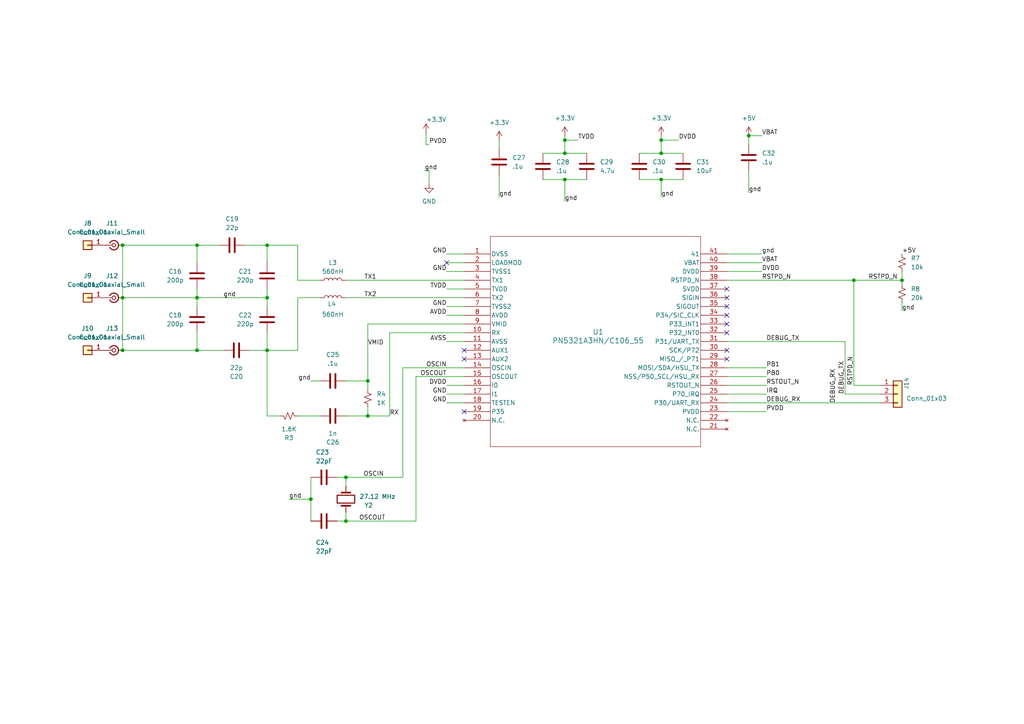
<source format=kicad_sch>
(kicad_sch (version 20231120) (generator "eeschema") (generator_version "8.0")
  (paper "A4")
  (lib_symbols
    (symbol "Connector:Conn_Coaxial_Small" (pin_numbers hide) (pin_names (offset 1.016) hide)
      (property "Reference" "J" (at 0.254 3.048 0))
      (property "Value" "Conn_Coaxial_Small" (at 0 -3.81 0))
      (symbol "Conn_Coaxial_Small_0_1"
        (polyline (pts (xy -2.54 0) (xy -0.508 0)))
        (circle (center 0 0) (radius 0.508) (stroke (width 0.2032)))
      )
      (symbol "Conn_Coaxial_Small_1_1"
        (arc (start -1.1916 -0.6311) (mid 0.327 -1.3081) (end 1.3484 0.0039) (stroke (width 0.3048)))
        (arc (start 1.3484 -0.0039) (mid 0.327 1.3081) (end -1.1916 0.6311) (stroke (width 0.3048)))
        (pin passive line (at -2.54 0 0) (length 1.27) (name "In") (number "1"))
        (pin passive line (at 2.54 0 180) (length 1.27) (name "Ext") (number "2"))
      )
    )
    (symbol "Connector_Generic:Conn_01x01" (pin_names (offset 1.016) hide)
      (property "Reference" "J" (at 0 2.54 0))
      (property "Value" "Conn_01x01" (at 0 -2.54 0))
      (symbol "Conn_01x01_1_1"
        (rectangle (start -1.27 0.127) (end 0 -0.127) (stroke (width 0.1524)))
        (rectangle (start -1.27 1.27) (end 1.27 -1.27) (stroke (width 0.254)) (fill (type background)))
        (pin passive line (at -5.08 0 0) (length 3.81) (name "Pin_1") (number "1"))
      )
    )
    (symbol "Connector_Generic:Conn_01x03" (pin_names (offset 1.016) hide)
      (property "Reference" "J" (at 0 5.08 0))
      (property "Value" "Conn_01x03" (at 0 -5.08 0))
      (symbol "Conn_01x03_1_1"
        (rectangle (start -1.27 -2.413) (end 0 -2.667) (stroke (width 0.1524)))
        (rectangle (start -1.27 0.127) (end 0 -0.127) (stroke (width 0.1524)))
        (rectangle (start -1.27 2.667) (end 0 2.413) (stroke (width 0.1524)))
        (rectangle (start -1.27 3.81) (end 1.27 -3.81) (stroke (width 0.254)) (fill (type background)))
        (pin passive line (at -5.08 2.54 0) (length 3.81) (name "Pin_1") (number "1"))
        (pin passive line (at -5.08 0 0) (length 3.81) (name "Pin_2") (number "2"))
        (pin passive line (at -5.08 -2.54 0) (length 3.81) (name "Pin_3") (number "3"))
      )
    )
    (symbol "Device:C" (pin_numbers hide) (pin_names (offset 0.254))
      (property "Reference" "C" (at 0.635 2.54 0))
      (property "Value" "C" (at 0.635 -2.54 0))
      (symbol "C_0_1"
        (polyline (pts (xy -2.032 -0.762) (xy 2.032 -0.762)) (stroke (width 0.508)))
        (polyline (pts (xy -2.032 0.762) (xy 2.032 0.762)) (stroke (width 0.508)))
      )
      (symbol "C_1_1"
        (pin passive line (at 0 3.81 270) (length 2.794) (name "~") (number "1"))
        (pin passive line (at 0 -3.81 90) (length 2.794) (name "~") (number "2"))
      )
    )
    (symbol "Device:Crystal" (pin_numbers hide) (pin_names (offset 1.016) hide)
      (property "Reference" "Y" (at 0 3.81 0))
      (property "Value" "Crystal" (at 0 -3.81 0))
      (symbol "Crystal_0_1"
        (rectangle (start -1.143 2.54) (end 1.143 -2.54) (stroke (width 0.3048)))
        (polyline (pts (xy -2.54 0) (xy -1.905 0)))
        (polyline (pts (xy -1.905 -1.27) (xy -1.905 1.27)) (stroke (width 0.508)))
        (polyline (pts (xy 1.905 -1.27) (xy 1.905 1.27)) (stroke (width 0.508)))
        (polyline (pts (xy 2.54 0) (xy 1.905 0)))
      )
      (symbol "Crystal_1_1"
        (pin passive line (at -3.81 0 0) (length 1.27) (name "1") (number "1"))
        (pin passive line (at 3.81 0 180) (length 1.27) (name "2") (number "2"))
      )
    )
    (symbol "Device:L" (pin_numbers hide) (pin_names (offset 1.016) hide)
      (property "Reference" "L" (at -1.27 0 90))
      (property "Value" "L" (at 1.905 0 90))
      (symbol "L_0_1"
        (arc (start 0 -2.54) (mid 0.6323 -1.905) (end 0 -1.27))
        (arc (start 0 -1.27) (mid 0.6323 -0.635) (end 0 0))
        (arc (start 0 0) (mid 0.6323 0.635) (end 0 1.27))
        (arc (start 0 1.27) (mid 0.6323 1.905) (end 0 2.54))
      )
      (symbol "L_1_1"
        (pin passive line (at 0 3.81 270) (length 1.27) (name "1") (number "1"))
        (pin passive line (at 0 -3.81 90) (length 1.27) (name "2") (number "2"))
      )
    )
    (symbol "Device:R_Small_US" (pin_numbers hide) (pin_names (offset 0.254) hide)
      (property "Reference" "R" (at 0.762 0.508 0))
      (property "Value" "R_Small_US" (at 0.762 -1.016 0))
      (symbol "R_Small_US_1_1"
        (polyline (pts (xy 0 0) (xy 1.016 -0.381) (xy 0 -0.762) (xy -1.016 -1.143) (xy 0 -1.524)))
        (polyline (pts (xy 0 1.524) (xy 1.016 1.143) (xy 0 0.762) (xy -1.016 0.381) (xy 0 0)))
        (pin passive line (at 0 2.54 270) (length 1.016) (name "~") (number "1"))
        (pin passive line (at 0 -2.54 90) (length 1.016) (name "~") (number "2"))
      )
    )
    (symbol "Orb_library:PN5321A3HN_C106_55" (pin_names (offset 0.254))
      (property "Reference" "U2" (at 38.862 -22.606 0))
      (property "Value" "PN5321A3HN/C106_55" (at 38.862 -25.146 0))
      (symbol "PN5321A3HN_C106_55_0_1"
        (polyline (pts (xy 7.62 -55.88) (xy 68.58 -55.88)) (stroke (width 0.127)))
        (polyline (pts (xy 7.62 5.08) (xy 7.62 -55.88)) (stroke (width 0.127)))
        (polyline (pts (xy 68.58 -55.88) (xy 68.58 5.08)) (stroke (width 0.127)))
        (polyline (pts (xy 68.58 5.08) (xy 7.62 5.08)) (stroke (width 0.127)))
        (pin power_out line (at 0 0 0) (length 7.62) (name "DVSS") (number "1"))
        (pin input line (at 0 -22.86 0) (length 7.62) (name "RX") (number "10"))
        (pin power_out line (at 0 -25.4 0) (length 7.62) (name "AVSS") (number "11"))
        (pin bidirectional line (at 0 -27.94 0) (length 7.62) (name "AUX1") (number "12"))
        (pin bidirectional line (at 0 -30.48 0) (length 7.62) (name "AUX2") (number "13"))
        (pin input line (at 0 -33.02 0) (length 7.62) (name "OSCIN") (number "14"))
        (pin output line (at 0 -35.56 0) (length 7.62) (name "OSCOUT") (number "15"))
        (pin input line (at 0 -38.1 0) (length 7.62) (name "I0") (number "16"))
        (pin input line (at 0 -40.64 0) (length 7.62) (name "I1") (number "17"))
        (pin input line (at 0 -43.18 0) (length 7.62) (name "TESTEN") (number "18"))
        (pin bidirectional line (at 0 -45.72 0) (length 7.62) (name "P35") (number "19"))
        (pin output line (at 0 -2.54 0) (length 7.62) (name "LOADMOD") (number "2"))
        (pin no_connect line (at 0 -48.26 0) (length 7.62) (name "N.C.") (number "20"))
        (pin no_connect line (at 76.2 -50.8 180) (length 7.62) (name "N.C.") (number "21"))
        (pin no_connect line (at 76.2 -48.26 180) (length 7.62) (name "N.C.") (number "22"))
        (pin power_in line (at 76.2 -45.72 180) (length 7.62) (name "PVDD") (number "23"))
        (pin bidirectional line (at 76.2 -43.18 180) (length 7.62) (name "P30/UART_RX") (number "24"))
        (pin bidirectional line (at 76.2 -40.64 180) (length 7.62) (name "P70_IRQ") (number "25"))
        (pin output line (at 76.2 -38.1 180) (length 7.62) (name "RSTOUT_N") (number "26"))
        (pin bidirectional line (at 76.2 -35.56 180) (length 7.62) (name "NSS/P50_SCL/HSU_RX") (number "27"))
        (pin bidirectional line (at 76.2 -33.02 180) (length 7.62) (name "MOSI/SDA/HSU_TX") (number "28"))
        (pin bidirectional line (at 76.2 -30.48 180) (length 7.62) (name "MISO_/_P71") (number "29"))
        (pin power_out line (at 0 -5.08 0) (length 7.62) (name "TVSS1") (number "3"))
        (pin bidirectional line (at 76.2 -27.94 180) (length 7.62) (name "SCK/P72") (number "30"))
        (pin bidirectional line (at 76.2 -25.4 180) (length 7.62) (name "P31/UART_TX") (number "31"))
        (pin bidirectional line (at 76.2 -22.86 180) (length 7.62) (name "P32_INT0") (number "32"))
        (pin bidirectional line (at 76.2 -20.32 180) (length 7.62) (name "P33_INT1") (number "33"))
        (pin bidirectional line (at 76.2 -17.78 180) (length 7.62) (name "P34/SIC_CLK") (number "34"))
        (pin output line (at 76.2 -15.24 180) (length 7.62) (name "SIGOUT") (number "35"))
        (pin input line (at 76.2 -12.7 180) (length 7.62) (name "SIGIN") (number "36"))
        (pin power_in line (at 76.2 -10.16 180) (length 7.62) (name "SVDD") (number "37"))
        (pin input line (at 76.2 -7.62 180) (length 7.62) (name "RSTPD_N") (number "38"))
        (pin power_in line (at 76.2 -5.08 180) (length 7.62) (name "DVDD") (number "39"))
        (pin bidirectional line (at 0 -7.62 0) (length 7.62) (name "TX1") (number "4"))
        (pin unspecified line (at 76.2 0 180) (length 7.62) (name "41") (number "41"))
        (pin power_in line (at 0 -10.16 0) (length 7.62) (name "TVDD") (number "5"))
        (pin bidirectional line (at 0 -12.7 0) (length 7.62) (name "TX2") (number "6"))
        (pin power_out line (at 0 -15.24 0) (length 7.62) (name "TVSS2") (number "7"))
        (pin power_in line (at 0 -17.78 0) (length 7.62) (name "AVDD") (number "8"))
        (pin output line (at 0 -20.32 0) (length 7.62) (name "VMID") (number "9"))
      )
      (symbol "PN5321A3HN_C106_55_1_1"
        (pin power_in line (at 76.2 -2.54 180) (length 7.62) (name "VBAT") (number "40"))
      )
    )
    (symbol "power:+3.3V" (power) (pin_numbers hide) (pin_names (offset 0) hide)
      (property "Value" "+3.3V" (at 0 3.556 0))
      (symbol "+3.3V_0_1"
        (polyline (pts (xy -0.762 1.27) (xy 0 2.54)))
        (polyline (pts (xy 0 0) (xy 0 2.54)))
        (polyline (pts (xy 0 2.54) (xy 0.762 1.27)))
      )
      (symbol "+3.3V_1_1"
        (pin power_in line (at 0 0 90) (length 0) (name "~") (number "1"))
      )
    )
    (symbol "power:GND" (power) (pin_numbers hide) (pin_names (offset 0) hide)
      (property "Value" "GND" (at 0 -3.81 0))
      (symbol "GND_0_1"
        (polyline (pts (xy 0 0) (xy 0 -1.27) (xy 1.27 -1.27) (xy 0 -2.54) (xy -1.27 -1.27) (xy 0 -1.27)))
      )
      (symbol "GND_1_1"
        (pin power_in line (at 0 0 270) (length 0) (name "~") (number "1"))
      )
    )
  )
  (junction (at 57.15 71.12))
  (junction (at 163.83 40.64))
  (junction (at 77.47 86.36))
  (junction (at 100.33 138.43))
  (junction (at 191.77 40.64))
  (junction (at 247.65 81.28))
  (junction (at 191.77 52.07))
  (junction (at 77.47 101.6))
  (junction (at 57.15 86.36))
  (junction (at 57.15 101.6))
  (junction (at 35.56 86.36))
  (junction (at 77.47 71.12))
  (junction (at 163.83 44.45))
  (junction (at 261.62 81.28))
  (junction (at 100.33 151.13))
  (junction (at 90.17 144.78))
  (junction (at 191.77 44.45))
  (junction (at 35.56 101.6))
  (junction (at 106.68 110.49))
  (junction (at 35.56 71.12))
  (junction (at 106.68 120.65))
  (junction (at 217.17 39.37))
  (junction (at 163.83 52.07))
  (no_connect (at 210.82 104.14))
  (no_connect (at 210.82 96.52))
  (no_connect (at 129.54 76.2))
  (no_connect (at 134.62 104.14))
  (no_connect (at 134.62 101.6))
  (no_connect (at 134.62 119.38))
  (no_connect (at 210.82 101.6))
  (no_connect (at 210.82 91.44))
  (no_connect (at 210.82 86.36))
  (no_connect (at 210.82 93.98))
  (no_connect (at 210.82 83.82))
  (no_connect (at 210.82 88.9))
  (wire (pts (xy 163.83 40.64) (xy 167.64 40.64)))
  (wire (pts (xy 77.47 83.82) (xy 77.47 86.36)))
  (wire (pts (xy 35.56 71.12) (xy 35.56 86.36)))
  (wire (pts (xy 113.03 96.52) (xy 134.62 96.52)))
  (wire (pts (xy 90.17 110.49) (xy 92.71 110.49)))
  (wire (pts (xy 217.17 49.53) (xy 217.17 55.88)))
  (wire (pts (xy 106.68 93.98) (xy 134.62 93.98)))
  (wire (pts (xy 210.82 116.84) (xy 255.27 116.84)))
  (wire (pts (xy 129.54 91.44) (xy 134.62 91.44)))
  (wire (pts (xy 247.65 111.76) (xy 255.27 111.76)))
  (wire (pts (xy 77.47 101.6) (xy 86.36 101.6)))
  (wire (pts (xy 57.15 76.2) (xy 57.15 71.12)))
  (wire (pts (xy 210.82 119.38) (xy 222.25 119.38)))
  (wire (pts (xy 144.78 50.8) (xy 144.78 57.15)))
  (wire (pts (xy 57.15 86.36) (xy 35.56 86.36)))
  (wire (pts (xy 86.36 86.36) (xy 92.71 86.36)))
  (wire (pts (xy 120.65 109.22) (xy 134.62 109.22)))
  (wire (pts (xy 124.46 49.53) (xy 124.46 53.34)))
  (wire (pts (xy 86.36 101.6) (xy 86.36 86.36)))
  (wire (pts (xy 191.77 44.45) (xy 198.12 44.45)))
  (wire (pts (xy 57.15 86.36) (xy 77.47 86.36)))
  (wire (pts (xy 77.47 96.52) (xy 77.47 101.6)))
  (wire (pts (xy 57.15 96.52) (xy 57.15 101.6)))
  (wire (pts (xy 90.17 144.78) (xy 83.82 144.78)))
  (wire (pts (xy 261.62 81.28) (xy 261.62 82.55)))
  (wire (pts (xy 210.82 81.28) (xy 247.65 81.28)))
  (wire (pts (xy 57.15 101.6) (xy 64.77 101.6)))
  (wire (pts (xy 116.84 106.68) (xy 134.62 106.68)))
  (wire (pts (xy 106.68 110.49) (xy 106.68 113.03)))
  (wire (pts (xy 261.62 90.17) (xy 261.62 87.63)))
  (wire (pts (xy 191.77 52.07) (xy 198.12 52.07)))
  (wire (pts (xy 129.54 88.9) (xy 134.62 88.9)))
  (wire (pts (xy 129.54 76.2) (xy 134.62 76.2)))
  (wire (pts (xy 247.65 81.28) (xy 261.62 81.28)))
  (wire (pts (xy 210.82 78.74) (xy 220.98 78.74)))
  (wire (pts (xy 191.77 40.64) (xy 196.85 40.64)))
  (wire (pts (xy 163.83 52.07) (xy 157.48 52.07)))
  (wire (pts (xy 123.571 41.91) (xy 123.571 38.481)))
  (wire (pts (xy 106.68 120.65) (xy 113.03 120.65)))
  (wire (pts (xy 191.77 52.07) (xy 185.42 52.07)))
  (wire (pts (xy 100.33 151.13) (xy 120.65 151.13)))
  (wire (pts (xy 163.83 52.07) (xy 170.18 52.07)))
  (wire (pts (xy 129.54 99.06) (xy 134.62 99.06)))
  (wire (pts (xy 77.47 71.12) (xy 77.47 76.2)))
  (wire (pts (xy 185.42 44.45) (xy 191.77 44.45)))
  (wire (pts (xy 116.84 106.68) (xy 116.84 138.43)))
  (wire (pts (xy 86.36 120.65) (xy 92.71 120.65)))
  (wire (pts (xy 100.33 110.49) (xy 106.68 110.49)))
  (wire (pts (xy 72.39 101.6) (xy 77.47 101.6)))
  (wire (pts (xy 100.33 140.97) (xy 100.33 138.43)))
  (wire (pts (xy 129.54 78.74) (xy 134.62 78.74)))
  (wire (pts (xy 124.46 49.53) (xy 123.19 49.53)))
  (wire (pts (xy 77.47 86.36) (xy 77.47 88.9)))
  (wire (pts (xy 247.65 111.76) (xy 247.65 81.28)))
  (wire (pts (xy 163.83 44.45) (xy 157.48 44.45)))
  (wire (pts (xy 35.56 101.6) (xy 57.15 101.6)))
  (wire (pts (xy 100.33 138.43) (xy 97.79 138.43)))
  (wire (pts (xy 191.77 40.64) (xy 191.77 44.45)))
  (wire (pts (xy 100.33 81.28) (xy 134.62 81.28)))
  (wire (pts (xy 217.17 39.37) (xy 220.98 39.37)))
  (wire (pts (xy 120.65 151.13) (xy 120.65 109.22)))
  (wire (pts (xy 129.54 114.3) (xy 134.62 114.3)))
  (wire (pts (xy 100.33 120.65) (xy 106.68 120.65)))
  (wire (pts (xy 210.82 114.3) (xy 222.25 114.3)))
  (wire (pts (xy 100.33 151.13) (xy 97.79 151.13)))
  (wire (pts (xy 210.82 106.68) (xy 222.25 106.68)))
  (wire (pts (xy 210.82 111.76) (xy 222.25 111.76)))
  (wire (pts (xy 191.77 39.37) (xy 191.77 40.64)))
  (wire (pts (xy 163.83 40.64) (xy 163.83 44.45)))
  (wire (pts (xy 245.11 114.3) (xy 255.27 114.3)))
  (wire (pts (xy 86.36 71.12) (xy 77.47 71.12)))
  (wire (pts (xy 129.54 111.76) (xy 134.62 111.76)))
  (wire (pts (xy 217.17 39.37) (xy 217.17 41.91)))
  (wire (pts (xy 163.83 39.37) (xy 163.83 40.64)))
  (wire (pts (xy 144.78 40.64) (xy 144.78 43.18)))
  (wire (pts (xy 35.56 86.36) (xy 35.56 101.6)))
  (wire (pts (xy 191.77 52.07) (xy 191.77 57.15)))
  (wire (pts (xy 77.47 101.6) (xy 77.47 120.65)))
  (wire (pts (xy 57.15 71.12) (xy 35.56 71.12)))
  (wire (pts (xy 81.28 120.65) (xy 77.47 120.65)))
  (wire (pts (xy 163.83 52.07) (xy 163.83 58.42)))
  (wire (pts (xy 90.17 144.78) (xy 90.17 151.13)))
  (wire (pts (xy 63.5 71.12) (xy 57.15 71.12)))
  (wire (pts (xy 106.68 93.98) (xy 106.68 110.49)))
  (wire (pts (xy 57.15 88.9) (xy 57.15 86.36)))
  (wire (pts (xy 100.33 148.59) (xy 100.33 151.13)))
  (wire (pts (xy 245.11 114.3) (xy 245.11 99.06)))
  (wire (pts (xy 100.33 138.43) (xy 116.84 138.43)))
  (wire (pts (xy 261.62 78.74) (xy 261.62 81.28)))
  (wire (pts (xy 106.68 118.11) (xy 106.68 120.65)))
  (wire (pts (xy 113.03 120.65) (xy 113.03 96.52)))
  (wire (pts (xy 71.12 71.12) (xy 77.47 71.12)))
  (wire (pts (xy 124.46 41.91) (xy 123.571 41.91)))
  (wire (pts (xy 210.82 99.06) (xy 245.11 99.06)))
  (wire (pts (xy 57.15 83.82) (xy 57.15 86.36)))
  (wire (pts (xy 210.82 76.2) (xy 220.98 76.2)))
  (wire (pts (xy 92.71 81.28) (xy 86.36 81.28)))
  (wire (pts (xy 170.18 44.45) (xy 163.83 44.45)))
  (wire (pts (xy 100.33 86.36) (xy 134.62 86.36)))
  (wire (pts (xy 86.36 81.28) (xy 86.36 71.12)))
  (wire (pts (xy 210.82 109.22) (xy 222.25 109.22)))
  (wire (pts (xy 129.54 116.84) (xy 134.62 116.84)))
  (wire (pts (xy 129.54 73.66) (xy 134.62 73.66)))
  (wire (pts (xy 90.17 138.43) (xy 90.17 144.78)))
  (wire (pts (xy 210.82 73.66) (xy 220.98 73.66)))
  (wire (pts (xy 129.54 83.82) (xy 134.62 83.82)))
  (label "RSTOUT_N" (at 222.25 111.76 0))
  (label "TVDD" (at 129.54 83.82 180))
  (label "gnd" (at 163.83 58.42 0))
  (label "gnd" (at 220.98 73.66 0))
  (label "OSCOUT" (at 104.14 151.13 0))
  (label "TX2" (at 109.22 86.36 180))
  (label "RSTPD_N" (at 260.35 81.28 180))
  (label "+5V" (at 261.62 73.66 0))
  (label "GND" (at 129.54 116.84 180))
  (label "TVDD" (at 167.64 40.64 0))
  (label "DEBUG_TX" (at 222.25 99.06 0))
  (label "IRQ" (at 222.25 114.3 0))
  (label "GND" (at 129.54 73.66 180))
  (label "AVSS" (at 129.54 99.06 180))
  (label "DEBUG_RX" (at 222.25 116.84 0))
  (label "PB1" (at 222.25 106.68 0))
  (label "DVDD" (at 196.85 40.64 0))
  (label "PVDD" (at 222.25 119.38 0))
  (label "DVDD" (at 129.54 111.76 180))
  (label "PB0" (at 222.25 109.22 0))
  (label "VMID" (at 106.68 100.33 0))
  (label "GND" (at 129.54 114.3 180))
  (label "VBAT" (at 220.98 76.2 0))
  (label "gnd" (at 217.17 55.88 0))
  (label "RSTPD_N" (at 247.65 111.76 90))
  (label "gnd" (at 83.82 144.78 0))
  (label "GND" (at 129.54 78.74 180))
  (label "RX" (at 113.03 120.65 0))
  (label "OSCOUT" (at 129.54 109.22 180))
  (label "AVDD" (at 129.54 91.44 180))
  (label "OSCIN" (at 105.41 138.43 0))
  (label "VBAT" (at 220.98 39.37 0))
  (label "RSTPD_N" (at 220.98 81.28 0))
  (label "GND" (at 129.54 88.9 180))
  (label "gnd" (at 64.77 86.36 0))
  (label "gnd" (at 191.77 57.15 0))
  (label "OSCIN" (at 129.54 106.68 180))
  (label "DEBUG_RX" (at 242.57 116.84 90))
  (label "gnd" (at 90.17 110.49 180))
  (label "DEBUG_TX" (at 245.11 114.3 90))
  (label "gnd" (at 144.78 57.15 0))
  (label "TX1" (at 109.22 81.28 180))
  (label "PVDD" (at 124.46 41.91 0))
  (label "gnd" (at 261.62 90.17 0))
  (label "DVDD" (at 220.98 78.74 0))
  (label "gnd" (at 123.19 49.53 0))
  (symbol (lib_id "Connector:Conn_Coaxial_Small") (at 33.02 101.6 0) (unit 1)
    (property "Reference" "J13" (at 32.5004 95.25 0))
    (property "Value" "Conn_Coaxial_Small" (at 32.5004 97.79 0))
    (property "Footprint" "Connector_Coaxial:U.FL_Hirose_U.FL-R-SMT-1_Vertical" (effects (hide yes)))
    (property "Description" "small coaxial connector (BNC, SMA, SMB, SMC, Cinch/RCA, LEMO, ...)" (effects (hide yes)))
  )
  (symbol (lib_id "Connector_Generic:Conn_01x03") (at 260.35 114.3 0) (unit 1)
    (property "Reference" "J14" (at 262.89 113.0299 90) (effects (justify left)))
    (property "Value" "Conn_01x03" (at 262.89 115.5699 0) (effects (justify left)))
    (property "Footprint" "Connector_PinHeader_2.54mm:PinHeader_1x03_P2.54mm_Vertical_SMD_Pin1Left" (effects (hide yes)))
    (property "Description" "Generic connector, single row, 01x03, script generated (kicad-library-utils/schlib/autogen/connector/)" (effects (hide yes)))
  )
  (symbol (lib_id "Device:C") (at 96.52 120.65 90) (mirror x) (unit 1)
    (property "Reference" "C26" (at 96.52 128.27 90))
    (property "Value" "1n" (at 96.52 125.73 90))
    (property "Footprint" "Capacitor_SMD:C_0805_2012Metric_Pad1.18x1.45mm_HandSolder" (effects (hide yes)))
    (property "Description" "Unpolarized capacitor" (effects (hide yes)))
  )
  (symbol (lib_id "Device:C") (at 57.15 80.01 0) (mirror y) (unit 1)
    (property "Reference" "C16" (at 50.8 78.74 0))
    (property "Value" "200p" (at 50.8 81.28 0))
    (property "Footprint" "Capacitor_SMD:C_0805_2012Metric_Pad1.18x1.45mm_HandSolder" (effects (hide yes)))
    (property "Description" "Unpolarized capacitor" (effects (hide yes)))
  )
  (symbol (lib_id "Connector:Conn_Coaxial_Small") (at 33.02 86.36 0) (unit 1)
    (property "Reference" "J12" (at 32.5004 80.01 0))
    (property "Value" "Conn_Coaxial_Small" (at 32.5004 82.55 0))
    (property "Footprint" "Connector_Coaxial:U.FL_Hirose_U.FL-R-SMT-1_Vertical" (effects (hide yes)))
    (property "Description" "small coaxial connector (BNC, SMA, SMB, SMC, Cinch/RCA, LEMO, ...)" (effects (hide yes)))
  )
  (symbol (lib_id "Device:C") (at 198.12 48.26 0) (unit 1)
    (property "Reference" "C31" (at 201.93 46.9899 0) (effects (justify left)))
    (property "Value" "10uF" (at 201.93 49.5299 0) (effects (justify left)))
    (property "Footprint" "Capacitor_SMD:C_0805_2012Metric_Pad1.18x1.45mm_HandSolder" (effects (hide yes)))
    (property "Description" "Unpolarized capacitor" (effects (hide yes)))
  )
  (symbol (lib_id "Device:C") (at 170.18 48.26 0) (unit 1)
    (property "Reference" "C29" (at 173.99 46.9899 0) (effects (justify left)))
    (property "Value" "4.7u" (at 173.99 49.5299 0) (effects (justify left)))
    (property "Footprint" "Capacitor_SMD:C_0805_2012Metric_Pad1.18x1.45mm_HandSolder" (effects (hide yes)))
    (property "Description" "Unpolarized capacitor" (effects (hide yes)))
  )
  (symbol (lib_id "Device:C") (at 185.42 48.26 0) (unit 1)
    (property "Reference" "C30" (at 189.23 46.9899 0) (effects (justify left)))
    (property "Value" ".1u" (at 189.23 49.5299 0) (effects (justify left)))
    (property "Footprint" "Capacitor_SMD:C_0805_2012Metric_Pad1.18x1.45mm_HandSolder" (effects (hide yes)))
    (property "Description" "Unpolarized capacitor" (effects (hide yes)))
  )
  (symbol (lib_id "Device:R_Small_US") (at 261.62 85.09 0) (unit 1)
    (property "Reference" "R8" (at 264.16 83.8199 0) (effects (justify left)))
    (property "Value" "20k" (at 264.16 86.3599 0) (effects (justify left)))
    (property "Footprint" "Resistor_SMD:R_0805_2012Metric_Pad1.20x1.40mm_HandSolder" (effects (hide yes)))
    (property "Description" "Resistor, small US symbol" (effects (hide yes)))
  )
  (symbol (lib_id "Device:Crystal") (at 100.33 144.78 270) (unit 1)
    (property "Reference" "Y2" (at 106.934 146.558 90))
    (property "Value" "27.12 MHz" (at 109.474 144.018 90))
    (property "Description" "Two pin crystal" (effects (hide yes)))
  )
  (symbol (lib_id "Connector_Generic:Conn_01x01") (at 25.4 101.6 180) (unit 1)
    (property "Reference" "J10" (at 25.4 95.25 0))
    (property "Value" "Conn_01x01" (at 25.4 97.79 0))
    (property "Footprint" "Connector_PinHeader_2.54mm:PinHeader_1x01_P2.54mm_Vertical" (effects (hide yes)))
    (property "Description" "Generic connector, single row, 01x01, script generated (kicad-library-utils/schlib/autogen/connector/)" (effects (hide yes)))
  )
  (symbol (lib_id "Device:L") (at 96.52 81.28 90) (unit 1)
    (property "Reference" "L3" (at 96.52 76.2 90))
    (property "Value" "560nH" (at 96.52 78.74 90))
    (property "Footprint" "Inductor_SMD:L_0805_2012Metric_Pad1.15x1.40mm_HandSolder" (effects (hide yes)))
    (property "Description" "Inductor" (effects (hide yes)))
  )
  (symbol (lib_id "Device:C") (at 77.47 80.01 0) (mirror y) (unit 1)
    (property "Reference" "C21" (at 71.12 78.74 0))
    (property "Value" "220p" (at 71.12 81.28 0))
    (property "Footprint" "Capacitor_SMD:C_0805_2012Metric_Pad1.18x1.45mm_HandSolder" (effects (hide yes)))
    (property "Description" "Unpolarized capacitor" (effects (hide yes)))
  )
  (symbol (lib_id "Connector_Generic:Conn_01x01") (at 25.4 86.36 180) (unit 1)
    (property "Reference" "J9" (at 25.4 80.01 0))
    (property "Value" "Conn_01x01" (at 25.4 82.55 0))
    (property "Footprint" "Connector_PinHeader_2.54mm:PinHeader_1x01_P2.54mm_Vertical" (effects (hide yes)))
    (property "Description" "Generic connector, single row, 01x01, script generated (kicad-library-utils/schlib/autogen/connector/)" (effects (hide yes)))
  )
  (symbol (lib_id "power:+3.3V") (at 217.17 39.37 0) (unit 1)
    (property "Reference" "#PWR012" (effects (hide yes)))
    (property "Value" "+5V" (at 217.17 34.29 0))
    (property "Description" "Power symbol creates a global label with name \"+3.3V\"" (effects (hide yes)))
  )
  (symbol (lib_id "Device:L") (at 96.52 86.36 90) (unit 1)
    (property "Reference" "L4" (at 96.266 88.138 90))
    (property "Value" "560nH" (at 96.52 91.186 90))
    (property "Footprint" "Inductor_SMD:L_0805_2012Metric_Pad1.15x1.40mm_HandSolder" (effects (hide yes)))
    (property "Description" "Inductor" (effects (hide yes)))
  )
  (symbol (lib_id "Device:C") (at 217.17 45.72 0) (unit 1)
    (property "Reference" "C32" (at 220.98 44.4499 0) (effects (justify left)))
    (property "Value" ".1u" (at 220.98 46.9899 0) (effects (justify left)))
    (property "Footprint" "Capacitor_SMD:C_0805_2012Metric_Pad1.18x1.45mm_HandSolder" (effects (hide yes)))
    (property "Description" "Unpolarized capacitor" (effects (hide yes)))
  )
  (symbol (lib_id "Connector_Generic:Conn_01x01") (at 25.4 71.12 180) (unit 1)
    (property "Reference" "J8" (at 25.4 64.77 0))
    (property "Value" "Conn_01x01" (at 25.4 67.31 0))
    (property "Footprint" "Connector_PinHeader_2.54mm:PinHeader_1x01_P2.54mm_Vertical" (effects (hide yes)))
    (property "Description" "Generic connector, single row, 01x01, script generated (kicad-library-utils/schlib/autogen/connector/)" (effects (hide yes)))
  )
  (symbol (lib_id "Device:R_Small_US") (at 106.68 115.57 0) (unit 1)
    (property "Reference" "R4" (at 109.22 114.2999 0) (effects (justify left)))
    (property "Value" "1K" (at 109.22 116.8399 0) (effects (justify left)))
    (property "Footprint" "Resistor_SMD:R_0805_2012Metric_Pad1.20x1.40mm_HandSolder" (effects (hide yes)))
    (property "Description" "Resistor, small US symbol" (effects (hide yes)))
  )
  (symbol (lib_id "Device:C") (at 68.58 101.6 90) (mirror x) (unit 1)
    (property "Reference" "C20" (at 68.58 109.22 90))
    (property "Value" "22p" (at 68.58 106.68 90))
    (property "Footprint" "Capacitor_SMD:C_0805_2012Metric_Pad1.18x1.45mm_HandSolder" (effects (hide yes)))
    (property "Description" "Unpolarized capacitor" (effects (hide yes)))
  )
  (symbol (lib_id "power:+3.3V") (at 123.571 38.481 0) (unit 1)
    (property "Reference" "#PWR05" (effects (hide yes)))
    (property "Value" "+3.3V" (at 123.5709 34.671 0) (effects (justify left)))
    (property "Description" "Power symbol creates a global label with name \"+3.3V\"" (effects (hide yes)))
  )
  (symbol (lib_id "power:+3.3V") (at 144.78 40.64 0) (unit 1)
    (property "Reference" "#PWR09" (effects (hide yes)))
    (property "Value" "+3.3V" (at 144.78 35.56 0))
    (property "Description" "Power symbol creates a global label with name \"+3.3V\"" (effects (hide yes)))
  )
  (symbol (lib_id "Device:C") (at 157.48 48.26 0) (unit 1)
    (property "Reference" "C28" (at 161.29 46.9899 0) (effects (justify left)))
    (property "Value" ".1u" (at 161.29 49.5299 0) (effects (justify left)))
    (property "Footprint" "Capacitor_SMD:C_0805_2012Metric_Pad1.18x1.45mm_HandSolder" (effects (hide yes)))
    (property "Description" "Unpolarized capacitor" (effects (hide yes)))
  )
  (symbol (lib_id "Device:R_Small_US") (at 261.62 76.2 0) (unit 1)
    (property "Reference" "R7" (at 264.16 74.9299 0) (effects (justify left)))
    (property "Value" "10k" (at 264.16 77.4699 0) (effects (justify left)))
    (property "Footprint" "Resistor_SMD:R_0805_2012Metric_Pad1.20x1.40mm_HandSolder" (effects (hide yes)))
    (property "Description" "Resistor, small US symbol" (effects (hide yes)))
  )
  (symbol (lib_id "Device:C") (at 57.15 92.71 0) (mirror y) (unit 1)
    (property "Reference" "C18" (at 50.8 91.44 0))
    (property "Value" "200p" (at 50.8 93.98 0))
    (property "Footprint" "Capacitor_SMD:C_0805_2012Metric_Pad1.18x1.45mm_HandSolder" (effects (hide yes)))
    (property "Description" "Unpolarized capacitor" (effects (hide yes)))
  )
  (symbol (lib_id "Device:R_Small_US") (at 83.82 120.65 90) (mirror x) (unit 1)
    (property "Reference" "R3" (at 83.82 127 90))
    (property "Value" "1.6K" (at 83.82 124.46 90))
    (property "Footprint" "Resistor_SMD:R_0805_2012Metric_Pad1.20x1.40mm_HandSolder" (effects (hide yes)))
    (property "Description" "Resistor, small US symbol" (effects (hide yes)))
  )
  (symbol (lib_id "power:+3.3V") (at 191.77 39.37 0) (unit 1)
    (property "Reference" "#PWR011" (effects (hide yes)))
    (property "Value" "+3.3V" (at 191.77 34.29 0))
    (property "Description" "Power symbol creates a global label with name \"+3.3V\"" (effects (hide yes)))
  )
  (symbol (lib_id "Device:C") (at 93.98 151.13 270) (unit 1)
    (property "Reference" "C24" (at 91.567 157.3529 90) (effects (justify left)))
    (property "Value" "22pF" (at 91.567 159.8929 90) (effects (justify left)))
    (property "Footprint" "Capacitor_SMD:C_0805_2012Metric_Pad1.18x1.45mm_HandSolder" (effects (hide yes)))
    (property "Description" "Unpolarized capacitor" (effects (hide yes)))
  )
  (symbol (lib_id "Device:C") (at 93.98 138.43 270) (unit 1)
    (property "Reference" "C23" (at 91.567 131.191 90) (effects (justify left)))
    (property "Value" "22pF" (at 91.567 133.731 90) (effects (justify left)))
    (property "Footprint" "Capacitor_SMD:C_0805_2012Metric_Pad1.18x1.45mm_HandSolder" (effects (hide yes)))
    (property "Description" "Unpolarized capacitor" (effects (hide yes)))
  )
  (symbol (lib_id "Device:C") (at 144.78 46.99 0) (unit 1)
    (property "Reference" "C27" (at 148.59 45.7199 0) (effects (justify left)))
    (property "Value" ".1u" (at 148.59 48.2599 0) (effects (justify left)))
    (property "Footprint" "Capacitor_SMD:C_0805_2012Metric_Pad1.18x1.45mm_HandSolder" (effects (hide yes)))
    (property "Description" "Unpolarized capacitor" (effects (hide yes)))
  )
  (symbol (lib_id "Connector:Conn_Coaxial_Small") (at 33.02 71.12 0) (unit 1)
    (property "Reference" "J11" (at 32.5004 64.77 0))
    (property "Value" "Conn_Coaxial_Small" (at 32.5004 67.31 0))
    (property "Footprint" "Connector_Coaxial:U.FL_Hirose_U.FL-R-SMT-1_Vertical" (effects (hide yes)))
    (property "Description" "small coaxial connector (BNC, SMA, SMB, SMC, Cinch/RCA, LEMO, ...)" (effects (hide yes)))
  )
  (symbol (lib_id "power:+3.3V") (at 163.83 39.37 0) (unit 1)
    (property "Reference" "#PWR010" (effects (hide yes)))
    (property "Value" "+3.3V" (at 163.83 34.29 0))
    (property "Description" "Power symbol creates a global label with name \"+3.3V\"" (effects (hide yes)))
  )
  (symbol (lib_id "Device:C") (at 67.31 71.12 90) (unit 1)
    (property "Reference" "C19" (at 67.31 63.5 90))
    (property "Value" "22p" (at 67.31 66.04 90))
    (property "Footprint" "Capacitor_SMD:C_0805_2012Metric_Pad1.18x1.45mm_HandSolder" (effects (hide yes)))
    (property "Description" "Unpolarized capacitor" (effects (hide yes)))
  )
  (symbol (lib_id "Orb_library:PN5321A3HN_C106_55") (at 134.62 73.66 0) (unit 1)
    (property "Reference" "U1" (at 173.482 96.266 0) (effects (font (size 1.524 1.524))))
    (property "Value" "PN5321A3HN/C106_55" (at 173.482 98.806 0) (effects (font (size 1.524 1.524))))
    (property "Footprint" "PN532:QFN40G-0.5-6X6MM" (effects (hide yes)))
    (property "Datasheet" "PN5321A3HN/C106_55" (effects (hide yes)))
  )
  (symbol (lib_id "power:GND") (at 124.46 53.34 0) (unit 1)
    (property "Reference" "#PWR08" (effects (hide yes)))
    (property "Value" "GND" (at 124.46 58.42 0))
    (property "Description" "Power symbol creates a global label with name \"GND\" , ground" (effects (hide yes)))
  )
  (symbol (lib_id "Device:C") (at 96.52 110.49 270) (unit 1)
    (property "Reference" "C25" (at 96.52 102.87 90))
    (property "Value" ".1u" (at 96.52 105.41 90))
    (property "Footprint" "Capacitor_SMD:C_0805_2012Metric_Pad1.18x1.45mm_HandSolder" (effects (hide yes)))
    (property "Description" "Unpolarized capacitor" (effects (hide yes)))
  )
  (symbol (lib_id "Device:C") (at 77.47 92.71 0) (mirror y) (unit 1)
    (property "Reference" "C22" (at 71.12 91.44 0))
    (property "Value" "220p" (at 71.12 93.98 0))
    (property "Footprint" "Capacitor_SMD:C_0805_2012Metric_Pad1.18x1.45mm_HandSolder" (effects (hide yes)))
    (property "Description" "Unpolarized capacitor" (effects (hide yes)))
  )
)
</source>
